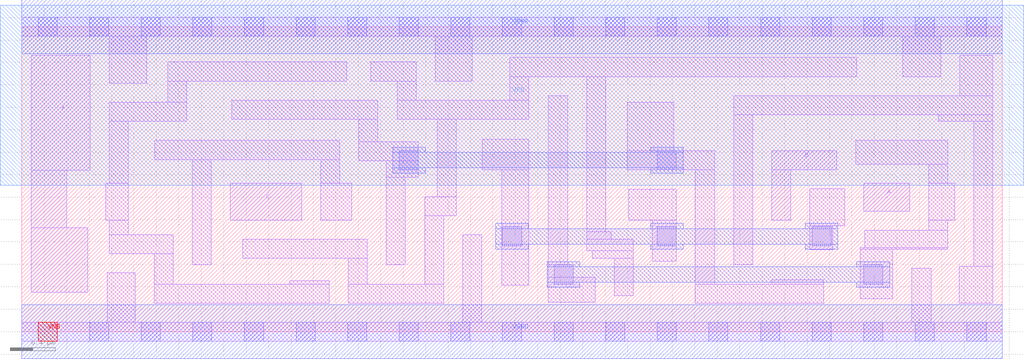
<source format=lef>
# Copyright 2020 The SkyWater PDK Authors
#
# Licensed under the Apache License, Version 2.0 (the "License");
# you may not use this file except in compliance with the License.
# You may obtain a copy of the License at
#
#     https://www.apache.org/licenses/LICENSE-2.0
#
# Unless required by applicable law or agreed to in writing, software
# distributed under the License is distributed on an "AS IS" BASIS,
# WITHOUT WARRANTIES OR CONDITIONS OF ANY KIND, either express or implied.
# See the License for the specific language governing permissions and
# limitations under the License.
#
# SPDX-License-Identifier: Apache-2.0

VERSION 5.7 ;
  NOWIREEXTENSIONATPIN ON ;
  DIVIDERCHAR "/" ;
  BUSBITCHARS "[]" ;
MACRO sky130_fd_sc_hd__xor3_1
  CLASS CORE ;
  FOREIGN sky130_fd_sc_hd__xor3_1 ;
  ORIGIN  0.000000  0.000000 ;
  SIZE  8.740000 BY  2.720000 ;
  SYMMETRY X Y R90 ;
  SITE unithd ;
  PIN A
    ANTENNAGATEAREA  0.246000 ;
    DIRECTION INPUT ;
    USE SIGNAL ;
    PORT
      LAYER li1 ;
        RECT 7.505000 1.075000 7.915000 1.325000 ;
    END
  END A
  PIN B
    ANTENNAGATEAREA  0.661500 ;
    DIRECTION INPUT ;
    USE SIGNAL ;
    PORT
      LAYER li1 ;
        RECT 6.685000 0.995000 6.855000 1.445000 ;
        RECT 6.685000 1.445000 7.265000 1.615000 ;
    END
  END B
  PIN C
    ANTENNAGATEAREA  0.381000 ;
    DIRECTION INPUT ;
    USE SIGNAL ;
    PORT
      LAYER li1 ;
        RECT 1.860000 0.995000 2.495000 1.325000 ;
    END
  END C
  PIN X
    ANTENNADIFFAREA  0.449000 ;
    DIRECTION OUTPUT ;
    USE SIGNAL ;
    PORT
      LAYER li1 ;
        RECT 0.085000 0.350000 0.590000 0.925000 ;
        RECT 0.085000 0.925000 0.400000 1.440000 ;
        RECT 0.085000 1.440000 0.610000 2.465000 ;
    END
  END X
  PIN VGND
    DIRECTION INOUT ;
    SHAPE ABUTMENT ;
    USE GROUND ;
    PORT
      LAYER met1 ;
        RECT 0.000000 -0.240000 8.740000 0.240000 ;
    END
  END VGND
  PIN VNB
    DIRECTION INOUT ;
    USE GROUND ;
    PORT
      LAYER pwell ;
        RECT 0.145000 -0.085000 0.315000 0.085000 ;
    END
  END VNB
  PIN VPB
    DIRECTION INOUT ;
    USE POWER ;
    PORT
      LAYER nwell ;
        RECT -0.190000 1.305000 8.930000 2.910000 ;
    END
  END VPB
  PIN VPWR
    DIRECTION INOUT ;
    SHAPE ABUTMENT ;
    USE POWER ;
    PORT
      LAYER met1 ;
        RECT 0.000000 2.480000 8.740000 2.960000 ;
    END
  END VPWR
  OBS
    LAYER li1 ;
      RECT 0.000000 -0.085000 8.740000 0.085000 ;
      RECT 0.000000  2.635000 8.740000 2.805000 ;
      RECT 0.750000  0.995000 0.950000 1.325000 ;
      RECT 0.760000  0.085000 1.010000 0.525000 ;
      RECT 0.780000  0.695000 1.350000 0.865000 ;
      RECT 0.780000  0.865000 0.950000 0.995000 ;
      RECT 0.780000  1.325000 0.950000 1.875000 ;
      RECT 0.780000  1.875000 1.470000 2.045000 ;
      RECT 0.780000  2.215000 1.115000 2.635000 ;
      RECT 1.180000  0.255000 2.740000 0.425000 ;
      RECT 1.180000  0.425000 1.350000 0.695000 ;
      RECT 1.185000  1.535000 2.835000 1.705000 ;
      RECT 1.300000  2.045000 1.470000 2.235000 ;
      RECT 1.300000  2.235000 2.895000 2.405000 ;
      RECT 1.520000  0.595000 1.690000 1.535000 ;
      RECT 1.870000  1.895000 3.175000 2.065000 ;
      RECT 1.970000  0.655000 3.080000 0.825000 ;
      RECT 2.390000  0.425000 2.740000 0.455000 ;
      RECT 2.665000  0.995000 2.940000 1.325000 ;
      RECT 2.665000  1.325000 2.835000 1.535000 ;
      RECT 2.910000  0.255000 3.760000 0.425000 ;
      RECT 2.910000  0.425000 3.080000 0.655000 ;
      RECT 3.005000  1.525000 3.535000 1.695000 ;
      RECT 3.005000  1.695000 3.175000 1.895000 ;
      RECT 3.110000  2.235000 3.515000 2.405000 ;
      RECT 3.250000  0.595000 3.420000 1.375000 ;
      RECT 3.250000  1.375000 3.535000 1.525000 ;
      RECT 3.345000  1.895000 4.520000 2.065000 ;
      RECT 3.345000  2.065000 3.515000 2.235000 ;
      RECT 3.590000  0.425000 3.760000 1.035000 ;
      RECT 3.590000  1.035000 3.875000 1.205000 ;
      RECT 3.685000  2.235000 4.015000 2.635000 ;
      RECT 3.705000  1.205000 3.875000 1.895000 ;
      RECT 3.930000  0.085000 4.100000 0.865000 ;
      RECT 4.105000  1.445000 4.520000 1.715000 ;
      RECT 4.280000  0.415000 4.520000 1.445000 ;
      RECT 4.350000  2.065000 4.520000 2.275000 ;
      RECT 4.350000  2.275000 7.445000 2.445000 ;
      RECT 4.695000  0.265000 5.110000 0.485000 ;
      RECT 4.695000  0.485000 4.915000 0.595000 ;
      RECT 4.695000  0.595000 4.865000 2.105000 ;
      RECT 5.035000  0.720000 5.450000 0.825000 ;
      RECT 5.035000  0.825000 5.255000 0.890000 ;
      RECT 5.035000  0.890000 5.205000 2.275000 ;
      RECT 5.085000  0.655000 5.450000 0.720000 ;
      RECT 5.280000  0.320000 5.450000 0.655000 ;
      RECT 5.395000  1.445000 6.175000 1.615000 ;
      RECT 5.395000  1.615000 5.810000 2.045000 ;
      RECT 5.410000  0.995000 5.835000 1.270000 ;
      RECT 5.620000  0.630000 5.835000 0.995000 ;
      RECT 6.005000  0.255000 7.150000 0.425000 ;
      RECT 6.005000  0.425000 6.175000 1.445000 ;
      RECT 6.345000  0.595000 6.515000 1.935000 ;
      RECT 6.345000  1.935000 8.655000 2.105000 ;
      RECT 6.685000  0.425000 7.150000 0.465000 ;
      RECT 7.025000  0.730000 7.230000 0.945000 ;
      RECT 7.025000  0.945000 7.335000 1.275000 ;
      RECT 7.435000  1.495000 8.255000 1.705000 ;
      RECT 7.475000  0.295000 7.765000 0.735000 ;
      RECT 7.475000  0.735000 8.255000 0.750000 ;
      RECT 7.515000  0.750000 8.255000 0.905000 ;
      RECT 7.855000  2.275000 8.190000 2.635000 ;
      RECT 7.935000  0.085000 8.105000 0.565000 ;
      RECT 8.085000  0.905000 8.255000 0.995000 ;
      RECT 8.085000  0.995000 8.315000 1.325000 ;
      RECT 8.085000  1.325000 8.255000 1.495000 ;
      RECT 8.170000  1.875000 8.655000 1.935000 ;
      RECT 8.355000  0.255000 8.655000 0.585000 ;
      RECT 8.360000  2.105000 8.655000 2.465000 ;
      RECT 8.485000  0.585000 8.655000 1.875000 ;
    LAYER mcon ;
      RECT 0.145000 -0.085000 0.315000 0.085000 ;
      RECT 0.145000  2.635000 0.315000 2.805000 ;
      RECT 0.605000 -0.085000 0.775000 0.085000 ;
      RECT 0.605000  2.635000 0.775000 2.805000 ;
      RECT 1.065000 -0.085000 1.235000 0.085000 ;
      RECT 1.065000  2.635000 1.235000 2.805000 ;
      RECT 1.525000 -0.085000 1.695000 0.085000 ;
      RECT 1.525000  2.635000 1.695000 2.805000 ;
      RECT 1.985000 -0.085000 2.155000 0.085000 ;
      RECT 1.985000  2.635000 2.155000 2.805000 ;
      RECT 2.445000 -0.085000 2.615000 0.085000 ;
      RECT 2.445000  2.635000 2.615000 2.805000 ;
      RECT 2.905000 -0.085000 3.075000 0.085000 ;
      RECT 2.905000  2.635000 3.075000 2.805000 ;
      RECT 3.365000 -0.085000 3.535000 0.085000 ;
      RECT 3.365000  1.445000 3.535000 1.615000 ;
      RECT 3.365000  2.635000 3.535000 2.805000 ;
      RECT 3.825000 -0.085000 3.995000 0.085000 ;
      RECT 3.825000  2.635000 3.995000 2.805000 ;
      RECT 4.285000 -0.085000 4.455000 0.085000 ;
      RECT 4.285000  0.765000 4.455000 0.935000 ;
      RECT 4.285000  2.635000 4.455000 2.805000 ;
      RECT 4.745000 -0.085000 4.915000 0.085000 ;
      RECT 4.745000  0.425000 4.915000 0.595000 ;
      RECT 4.745000  2.635000 4.915000 2.805000 ;
      RECT 5.205000 -0.085000 5.375000 0.085000 ;
      RECT 5.205000  2.635000 5.375000 2.805000 ;
      RECT 5.665000 -0.085000 5.835000 0.085000 ;
      RECT 5.665000  0.765000 5.835000 0.935000 ;
      RECT 5.665000  1.445000 5.835000 1.615000 ;
      RECT 5.665000  2.635000 5.835000 2.805000 ;
      RECT 6.125000 -0.085000 6.295000 0.085000 ;
      RECT 6.125000  2.635000 6.295000 2.805000 ;
      RECT 6.585000 -0.085000 6.755000 0.085000 ;
      RECT 6.585000  2.635000 6.755000 2.805000 ;
      RECT 7.045000 -0.085000 7.215000 0.085000 ;
      RECT 7.045000  0.765000 7.215000 0.935000 ;
      RECT 7.045000  2.635000 7.215000 2.805000 ;
      RECT 7.505000 -0.085000 7.675000 0.085000 ;
      RECT 7.505000  0.425000 7.675000 0.595000 ;
      RECT 7.505000  2.635000 7.675000 2.805000 ;
      RECT 7.965000 -0.085000 8.135000 0.085000 ;
      RECT 7.965000  2.635000 8.135000 2.805000 ;
      RECT 8.425000 -0.085000 8.595000 0.085000 ;
      RECT 8.425000  2.635000 8.595000 2.805000 ;
    LAYER met1 ;
      RECT 3.305000 1.415000 3.595000 1.460000 ;
      RECT 3.305000 1.460000 5.895000 1.600000 ;
      RECT 3.305000 1.600000 3.595000 1.645000 ;
      RECT 4.225000 0.735000 4.515000 0.780000 ;
      RECT 4.225000 0.780000 7.275000 0.920000 ;
      RECT 4.225000 0.920000 4.515000 0.965000 ;
      RECT 4.685000 0.395000 4.975000 0.440000 ;
      RECT 4.685000 0.440000 7.735000 0.580000 ;
      RECT 4.685000 0.580000 4.975000 0.625000 ;
      RECT 5.605000 0.735000 5.895000 0.780000 ;
      RECT 5.605000 0.920000 5.895000 0.965000 ;
      RECT 5.605000 1.415000 5.895000 1.460000 ;
      RECT 5.605000 1.600000 5.895000 1.645000 ;
      RECT 6.985000 0.735000 7.275000 0.780000 ;
      RECT 6.985000 0.920000 7.275000 0.965000 ;
      RECT 7.445000 0.395000 7.735000 0.440000 ;
      RECT 7.445000 0.580000 7.735000 0.625000 ;
  END
END sky130_fd_sc_hd__xor3_1
END LIBRARY

</source>
